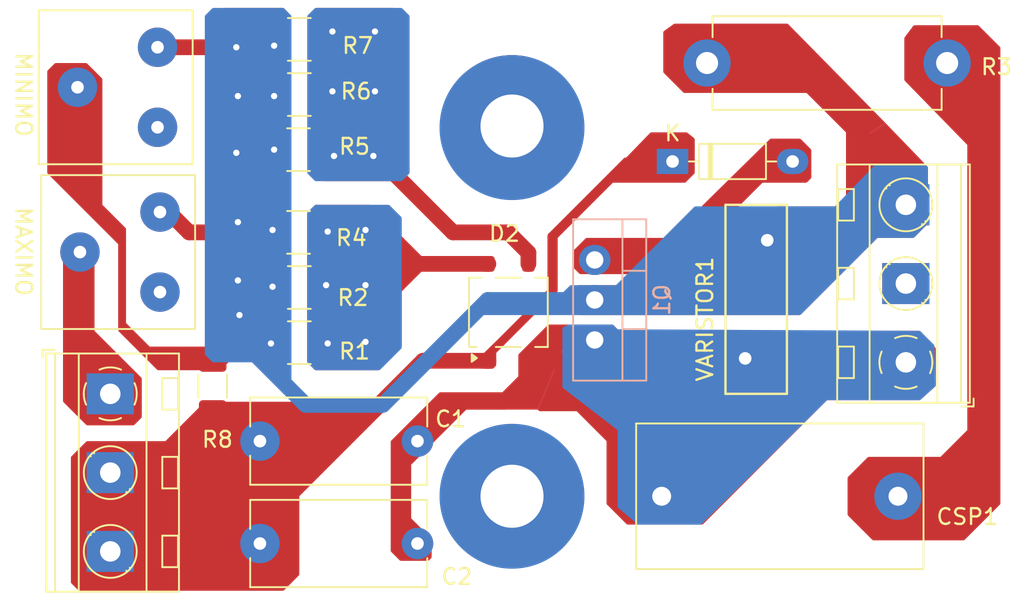
<source format=kicad_pcb>
(kicad_pcb (version 20240108) (generator "pcbnew") (generator_version "8.0")
  (layers (0 "F.Cu" signal) (31 "B.Cu" signal) (34 "B.Paste" user) (35 "F.Paste" user) (36 "B.SilkS" user "B.Silkscreen") (37 "F.SilkS" user "F.Silkscreen") (38 "B.Mask" user) (39 "F.Mask" user) (44 "Edge.Cuts" user))
  (net 0 "")
  (net 1 "Net-(J1-Pin_3)")
  (net 2 "Net-(D1-K)")
  (net 3 "Net-(CSP1-Pad2)")
  (net 4 "Net-(D1-A)")
  (net 5 "Net-(D2--)")
  (net 6 "Net-(D2-+)")
  (net 8 "Net-(J1-Pin_1)")
  (net 9 "Net-(J2-Pin_1)")
  (net 11 "Net-(MINIMO1-Pad2)")
  (footprint "Resistor_SMD:R_1210_3225Metric_Pad1.30x2.65mm_HandSolder" (layer "F.Cu") (at 135.5 82.5)
    (property "Reference" "R7" (at 3.7 0.4 0) (layer "F.SilkS"))
    (property "Value" "100K" (hide yes))
    (fp_line (start -0.723737 -1.355) (end 0.723737 -1.355) (stroke (width 0.12)) (layer "F.SilkS"))
    (fp_line (start -0.723737 1.355) (end 0.723737 1.355) (stroke (width 0.12)) (layer "F.SilkS"))
    (pad "1" smd roundrect (at -1.55 0) (size 1.3 2.65) (layers "F.Cu" "F.Paste" "F.Mask") (roundrect_rratio 0.192308) (net 8 "Net-(J1-Pin_1)"))
    (pad "2" smd roundrect (at 1.55 0) (size 1.3 2.65) (layers "F.Cu" "F.Paste" "F.Mask") (roundrect_rratio 0.192308) (net 6 "Net-(D2-+)"))
  )
  (footprint "Resistor_SMD:R_1210_3225Metric_Pad1.30x2.65mm_HandSolder" (layer "F.Cu") (at 135.45 94.75)
    (property "Reference" "R4" (at 3.35 0.35 0) (layer "F.SilkS"))
    (property "Value" "100K" (hide yes))
    (fp_line (start -0.723737 -1.355) (end 0.723737 -1.355) (stroke (width 0.12)) (layer "F.SilkS"))
    (fp_line (start -0.723737 1.355) (end 0.723737 1.355) (stroke (width 0.12)) (layer "F.SilkS"))
    (pad "1" smd roundrect (at -1.55 0) (size 1.3 2.65) (layers "F.Cu" "F.Paste" "F.Mask") (roundrect_rratio 0.192308) (net 8 "Net-(J1-Pin_1)"))
    (pad "2" smd roundrect (at 1.55 0) (size 1.3 2.65) (layers "F.Cu" "F.Paste" "F.Mask") (roundrect_rratio 0.192308) (net 5 "Net-(D2--)"))
  )
  (footprint "Capacitor_THT:C_Rect_L11.0mm_W5.3mm_P10.00mm_MKT" (layer "F.Cu") (at 133 108)
    (property "Reference" "C1" (at 12.1 -1.4 0) (layer "F.SilkS"))
    (property "Value" "68N 400V" (hide yes))
    (fp_line (start -0.62 -2.77) (end -0.62 -0.925) (stroke (width 0.12)) (layer "F.SilkS"))
    (fp_line (start -0.62 -2.77) (end 10.62 -2.77) (stroke (width 0.12)) (layer "F.SilkS"))
    (fp_line (start -0.62 0.925) (end -0.62 2.77) (stroke (width 0.12)) (layer "F.SilkS"))
    (fp_line (start -0.62 2.77) (end 10.62 2.77) (stroke (width 0.12)) (layer "F.SilkS"))
    (fp_line (start 10.62 -2.77) (end 10.62 -0.925) (stroke (width 0.12)) (layer "F.SilkS"))
    (fp_line (start 10.62 0.925) (end 10.62 2.77) (stroke (width 0.12)) (layer "F.SilkS"))
    (pad "1" thru_hole circle (at 0 0) (size 2.5 2.5) (drill 0.8) (layers "*.Cu" "*.Mask") (net 2 "Net-(D1-K)"))
    (pad "2" thru_hole circle (at 10 0) (size 2 2) (drill 0.8) (layers "*.Cu" "*.Mask") (net 1 "Net-(J1-Pin_3)"))
  )
  (footprint "Resistor_THT:R_Axial_DIN0614_L14.3mm_D5.7mm_P15.24mm_Horizontal" (layer "F.Cu") (at 161.38 84)
    (property "Reference" "R3" (at 18.37 0.25 0) (layer "F.SilkS"))
    (property "Value" "100R 2W" (hide yes))
    (fp_line (start 0.35 -2.97) (end 14.89 -2.97) (stroke (width 0.12)) (layer "F.SilkS"))
    (fp_line (start 0.35 -1.64) (end 0.35 -2.97) (stroke (width 0.12)) (layer "F.SilkS"))
    (fp_line (start 0.35 1.64) (end 0.35 2.97) (stroke (width 0.12)) (layer "F.SilkS"))
    (fp_line (start 0.35 2.97) (end 14.89 2.97) (stroke (width 0.12)) (layer "F.SilkS"))
    (fp_line (start 14.89 -2.97) (end 14.89 -1.64) (stroke (width 0.12)) (layer "F.SilkS"))
    (fp_line (start 14.89 2.97) (end 14.89 1.64) (stroke (width 0.12)) (layer "F.SilkS"))
    (pad "1" thru_hole circle (at 0 0) (size 3 3) (drill 1.4) (layers "*.Cu" "*.Mask") (net 8 "Net-(J1-Pin_1)"))
    (pad "2" thru_hole circle (at 15.24 0) (size 3 3) (drill 1.4) (layers "*.Cu" "*.Mask") (net 3 "Net-(CSP1-Pad2)"))
  )
  (footprint "Varistor:RV_Disc_D12mm_W3.9mm_P7.5mm" (layer "F.Cu") (at 163.8 102.75 90)
    (property "Reference" "VARISTOR1" (at 2.5 -2.55 -90) (layer "F.SilkS"))
    (property "Value" "ZOV 10D 391K" (hide yes))
    (fp_line (start 9.75 -1.25) (end 9.75 2.65) (stroke (width 0.15)) (layer "F.SilkS"))
    (fp_line (start -2.25 -1.25) (end 9.75 -1.25) (stroke (width 0.15)) (layer "F.SilkS"))
    (fp_line (start -2.25 -1.25) (end -2.25 2.65) (stroke (width 0.15)) (layer "F.SilkS"))
    (fp_line (start -2.25 2.65) (end 9.75 2.65) (stroke (width 0.15)) (layer "F.SilkS"))
    (pad "1" thru_hole circle (at 0 0 90) (size 2.5 2.5) (drill 0.8) (layers "*.Cu" "*.Mask") (net 1 "Net-(J1-Pin_3)"))
    (pad "2" thru_hole circle (at 7.5 1.4 90) (size 2.5 2.5) (drill 0.8) (layers "*.Cu" "*.Mask") (net 8 "Net-(J1-Pin_1)"))
  )
  (footprint "Potentiometer_THT:Potentiometer_Bourns_3386F_Vertical" (layer "F.Cu") (at 126.5 83 180)
    (property "Reference" "MINIMO" (at 8.5 -3 270) (layer "F.SilkS"))
    (property "Value" "10K")
    (fp_line (start 7.54 -7.425) (end 7.54 2.345) (stroke (width 0.12)) (layer "F.SilkS"))
    (fp_line (start -2.23 2.345) (end 7.54 2.345) (stroke (width 0.12)) (layer "F.SilkS"))
    (fp_line (start -2.23 -7.425) (end 7.54 -7.425) (stroke (width 0.12)) (layer "F.SilkS"))
    (fp_line (start -2.23 -7.425) (end -2.23 2.345) (stroke (width 0.12)) (layer "F.SilkS"))
    (pad "1" thru_hole circle (at 0 0 180) (size 2.5 2.5) (drill 0.8) (layers "*.Cu" "*.Mask") (net 8 "Net-(J1-Pin_1)"))
    (pad "2" thru_hole circle (at 5.08 -2.54 180) (size 2.5 2.5) (drill 0.8) (layers "*.Cu" "*.Mask") (net 11 "Net-(MINIMO1-Pad2)"))
    (pad "3" thru_hole circle (at 0 -5.08 180) (size 2.5 2.5) (drill 0.8) (layers "*.Cu" "*.Mask"))
  )
  (footprint "Resistor_SMD:R_1206_3216Metric_Pad1.30x1.75mm_HandSolder" (layer "F.Cu") (at 130 104.5 -90)
    (property "Reference" "R8" (at 3.4 -0.3 180) (layer "F.SilkS"))
    (property "Value" "100K" (hide yes))
    (fp_line (start -0.727064 0.91) (end 0.727064 0.91) (stroke (width 0.12)) (layer "F.SilkS"))
    (fp_line (start -0.727064 -0.91) (end 0.727064 -0.91) (stroke (width 0.12)) (layer "F.SilkS"))
    (pad "1" smd roundrect (at -1.55 0 270) (size 1.3 1.75) (layers "F.Cu" "F.Paste" "F.Mask") (roundrect_rratio 0.192308) (net 11 "Net-(MINIMO1-Pad2)"))
    (pad "2" smd roundrect (at 1.55 0 270) (size 1.3 1.75) (layers "F.Cu" "F.Paste" "F.Mask") (roundrect_rratio 0.192308) (net 2 "Net-(D1-K)"))
  )
  (footprint "TerminalBlock_MetzConnect:TerminalBlock_MetzConnect_Type094_RT03503HBLU_1x03_P5.00mm_Horizontal" (layer "F.Cu") (at 174 103 90)
    (property "Reference" "J1" (hide yes))
    (property "Value" "ENTRADA EM SERIE")
    (fp_line (start 12.56 -4.36) (end 12.56 4.06) (stroke (width 0.12)) (layer "F.SilkS"))
    (fp_line (start -2.56 -4.36) (end 12.56 -4.36) (stroke (width 0.12)) (layer "F.SilkS"))
    (fp_line (start -2.56 -4.36) (end -2.56 4.06) (stroke (width 0.12)) (layer "F.SilkS"))
    (fp_line (start 11 -4.3) (end 11 -3.3) (stroke (width 0.12)) (layer "F.SilkS"))
    (fp_line (start 9 -4.3) (end 11 -4.3) (stroke (width 0.12)) (layer "F.SilkS"))
    (fp_line (start 9 -4.3) (end 9 -3.3) (stroke (width 0.12)) (layer "F.SilkS"))
    (fp_line (start 6 -4.3) (end 6 -3.3) (stroke (width 0.12)) (layer "F.SilkS"))
    (fp_line (start 4 -4.3) (end 6 -4.3) (stroke (width 0.12)) (layer "F.SilkS"))
    (fp_line (start 4 -4.3) (end 4 -3.3) (stroke (width 0.12)) (layer "F.SilkS"))
    (fp_line (start 1 -4.3) (end 1 -3.3) (stroke (width 0.12)) (layer "F.SilkS"))
    (fp_line (start -1 -4.3) (end 1 -4.3) (stroke (width 0.12)) (layer "F.SilkS"))
    (fp_line (start -1 -4.3) (end -1 -3.3) (stroke (width 0.12)) (layer "F.SilkS"))
    (fp_line (start 9 -3.3) (end 11 -3.3) (stroke (width 0.12)) (layer "F.SilkS"))
    (fp_line (start 4 -3.3) (end 6 -3.3) (stroke (width 0.12)) (layer "F.SilkS"))
    (fp_line (start -1 -3.3) (end 1 -3.3) (stroke (width 0.12)) (layer "F.SilkS"))
    (fp_line (start -2.56 -2.301) (end 12.56 -2.301) (stroke (width 0.12)) (layer "F.SilkS"))
    (fp_line (start 11.07 -1.275) (end 11.035 -1.239) (stroke (width 0.12)) (layer "F.SilkS"))
    (fp_line (start 6.07 -1.275) (end 6.035 -1.239) (stroke (width 0.12)) (layer "F.SilkS"))
    (fp_line (start 11.275 -1.069) (end 11.228 -1.023) (stroke (width 0.12)) (layer "F.SilkS"))
    (fp_line (start 6.275 -1.069) (end 6.228 -1.023) (stroke (width 0.12)) (layer "F.SilkS"))
    (fp_line (start 8.773 1.023) (end 8.726 1.069) (stroke (width 0.12)) (layer "F.SilkS"))
    (fp_line (start 3.773 1.023) (end 3.726 1.069) (stroke (width 0.12)) (layer "F.SilkS"))
    (fp_line (start 8.966 1.239) (end 8.931 1.274) (stroke (width 0.12)) (layer "F.SilkS"))
    (fp_line (start 3.966 1.239) (end 3.931 1.274) (stroke (width 0.12)) (layer "F.SilkS"))
    (fp_line (start -2.56 2) (end 12.56 2) (stroke (width 0.12)) (layer "F.SilkS"))
    (fp_line (start -2.56 3.5) (end 12.56 3.5) (stroke (width 0.12)) (layer "F.SilkS"))
    (fp_line (start -2.8 3.56) (end -2.8 4.3) (stroke (width 0.12)) (layer "F.SilkS"))
    (fp_line (start -2.56 4.06) (end 12.56 4.06) (stroke (width 0.12)) (layer "F.SilkS"))
    (fp_line (start -2.8 4.3) (end -2.3 4.3) (stroke (width 0.12)) (layer "F.SilkS"))
    (fp_arc (start -0.683042 -1.535427) (mid 0.000524 -1.680501) (end 0.684 -1.535) (stroke (width 0.12)) (layer "F.SilkS"))
    (fp_arc (start 1.535427 -0.683042) (mid 1.680501 0.000524) (end 1.535 0.684) (stroke (width 0.12)) (layer "F.SilkS"))
    (fp_arc (start -1.535427 0.683042) (mid -1.680501 -0.000524) (end -1.535 -0.684) (stroke (width 0.12)) (layer "F.SilkS"))
    (fp_arc (start 0.683318 1.534756) (mid 0.349292 1.643288) (end 0 1.68) (stroke (width 0.12)) (layer "F.SilkS"))
    (fp_arc (start 0.028805 1.680253) (mid -0.335551 1.646659) (end -0.684 1.535) (stroke (width 0.12)) (layer "F.SilkS"))
    (fp_circle (center 10 0) (end 11.68 0) (stroke (width 0.12)) (fill none) (layer "F.SilkS"))
    (fp_circle (center 5 0) (end 6.68 0) (stroke (width 0.12)) (fill none) (layer "F.SilkS"))
    (pad "1" thru_hole rect (at 10 0 90) (size 2.6 3) (drill 1.3) (layers "*.Cu" "*.Mask") (net 8 "Net-(J1-Pin_1)"))
    (pad "2" thru_hole rect (at 5 0 90) (size 2.6 3) (drill 1.3) (layers "*.Cu" "*.Mask"))
    (pad "3" thru_hole rect (at 0 0 90) (size 2.6 2.6) (drill 1.3) (layers "*.Cu" "*.Mask") (net 1 "Net-(J1-Pin_3)"))
  )
  (footprint "Potentiometer_THT:Potentiometer_Bourns_3386F_Vertical" (layer "F.Cu") (at 126.655 93.46 180)
    (property "Reference" "MAXIMO" (at 8.655 -2.5 270) (layer "F.SilkS"))
    (property "Value" "10K")
    (fp_line (start 7.54 -7.425) (end 7.54 2.345) (stroke (width 0.12)) (layer "F.SilkS"))
    (fp_line (start -2.23 2.345) (end 7.54 2.345) (stroke (width 0.12)) (layer "F.SilkS"))
    (fp_line (start -2.23 -7.425) (end 7.54 -7.425) (stroke (width 0.12)) (layer "F.SilkS"))
    (fp_line (start -2.23 -7.425) (end -2.23 2.345) (stroke (width 0.12)) (layer "F.SilkS"))
    (pad "1" thru_hole circle (at 0 0 180) (size 2.5 2.5) (drill 0.8) (layers "*.Cu" "*.Mask") (net 8 "Net-(J1-Pin_1)"))
    (pad "2" thru_hole circle (at 5.08 -2.54 180) (size 2.5 2.5) (drill 0.8) (layers "*.Cu" "*.Mask") (net 9 "Net-(J2-Pin_1)"))
    (pad "3" thru_hole circle (at 0 -5.08 180) (size 2.5 2.5) (drill 0.8) (layers "*.Cu" "*.Mask"))
  )
  (footprint "" (layer "F.Cu") (at 149 111.5)
    (property "Reference" "" (at 0 0 0) (layer "F.SilkS") (effects (font (size 1.27 1.27))))
    (property "Value" "")
    (pad "" thru_hole circle (at 0 0) (size 9 9) (drill 4) (layers "B.Mask"))
  )
  (footprint "Resistor_SMD:R_1210_3225Metric_Pad1.30x2.65mm_HandSolder" (layer "F.Cu") (at 135.5 101.75)
    (property "Reference" "R1" (at 3.5 0.55 0) (layer "F.SilkS"))
    (property "Value" "100K" (hide yes))
    (fp_line (start -0.723737 -1.355) (end 0.723737 -1.355) (stroke (width 0.12)) (layer "F.SilkS"))
    (fp_line (start -0.723737 1.355) (end 0.723737 1.355) (stroke (width 0.12)) (layer "F.SilkS"))
    (pad "1" smd roundrect (at -1.55 0) (size 1.3 2.65) (layers "F.Cu" "F.Paste" "F.Mask") (roundrect_rratio 0.192308) (net 8 "Net-(J1-Pin_1)"))
    (pad "2" smd roundrect (at 1.55 0) (size 1.3 2.65) (layers "F.Cu" "F.Paste" "F.Mask") (roundrect_rratio 0.192308) (net 5 "Net-(D2--)"))
  )
  (footprint "Capacitor_THT:C_Rect_L11.0mm_W5.3mm_P10.00mm_MKT" (layer "F.Cu") (at 133 114.5)
    (property "Reference" "C2" (at 12.5 2.1 0) (layer "F.SilkS"))
    (property "Value" "68N 400V" (hide yes))
    (fp_line (start -0.62 -2.77) (end -0.62 -0.925) (stroke (width 0.12)) (layer "F.SilkS"))
    (fp_line (start -0.62 -2.77) (end 10.62 -2.77) (stroke (width 0.12)) (layer "F.SilkS"))
    (fp_line (start -0.62 0.925) (end -0.62 2.77) (stroke (width 0.12)) (layer "F.SilkS"))
    (fp_line (start -0.62 2.77) (end 10.62 2.77) (stroke (width 0.12)) (layer "F.SilkS"))
    (fp_line (start 10.62 -2.77) (end 10.62 -0.925) (stroke (width 0.12)) (layer "F.SilkS"))
    (fp_line (start 10.62 0.925) (end 10.62 2.77) (stroke (width 0.12)) (layer "F.SilkS"))
    (pad "1" thru_hole circle (at 0 0) (size 2.5 2.5) (drill 0.8) (layers "*.Cu" "*.Mask") (net 2 "Net-(D1-K)"))
    (pad "2" thru_hole circle (at 10 0) (size 2 2) (drill 0.8) (layers "*.Cu" "*.Mask") (net 1 "Net-(J1-Pin_3)"))
  )
  (footprint "Resistor_SMD:R_1210_3225Metric_Pad1.30x2.65mm_HandSolder" (layer "F.Cu") (at 135.5 98.25)
    (property "Reference" "R2" (at 3.4 0.65 0) (layer "F.SilkS"))
    (property "Value" "100K" (hide yes))
    (fp_line (start -0.723737 -1.355) (end 0.723737 -1.355) (stroke (width 0.12)) (layer "F.SilkS"))
    (fp_line (start -0.723737 1.355) (end 0.723737 1.355) (stroke (width 0.12)) (layer "F.SilkS"))
    (pad "1" smd roundrect (at -1.55 0) (size 1.3 2.65) (layers "F.Cu" "F.Paste" "F.Mask") (roundrect_rratio 0.192308) (net 8 "Net-(J1-Pin_1)"))
    (pad "2" smd roundrect (at 1.55 0) (size 1.3 2.65) (layers "F.Cu" "F.Paste" "F.Mask") (roundrect_rratio 0.192308) (net 5 "Net-(D2--)"))
  )
  (footprint "Capacitor_THT:C_Rect_L18.0mm_W9.0mm_P15.00mm_FKS3_FKP3" (layer "F.Cu") (at 158.5 111.5)
    (property "Reference" "CSP1" (at 19.4 1.3 0) (layer "F.SilkS"))
    (property "Value" "100N 630V" (hide yes))
    (fp_line (start -1.62 -4.62) (end -1.62 4.62) (stroke (width 0.12)) (layer "F.SilkS"))
    (fp_line (start -1.62 -4.62) (end 16.62 -4.62) (stroke (width 0.12)) (layer "F.SilkS"))
    (fp_line (start -1.62 4.62) (end 16.62 4.62) (stroke (width 0.12)) (layer "F.SilkS"))
    (fp_line (start 16.62 -4.62) (end 16.62 4.62) (stroke (width 0.12)) (layer "F.SilkS"))
    (pad "1" thru_hole circle (at 0 0) (size 3 3) (drill 1.2) (layers "*.Cu" "*.Mask") (net 1 "Net-(J1-Pin_3)"))
    (pad "2" thru_hole circle (at 15 0) (size 3 3) (drill 1.2) (layers "*.Cu" "*.Mask") (net 3 "Net-(CSP1-Pad2)"))
  )
  (footprint "Package_TO_SOT_SMD:TO-269AA" (layer "F.Cu") (at 148.77 99.825 90)
    (property "Reference" "D2" (at 5 -0.25 180) (layer "F.SilkS"))
    (property "Value" "RMB4S")
    (fp_line (start 2.2 -2.5) (end -2.2 -2.5) (stroke (width 0.12)) (layer "F.SilkS"))
    (fp_line (start -2.2 -2.5) (end -2.2 -2) (stroke (width 0.12)) (layer "F.SilkS"))
    (fp_line (start 2.2 -1.7) (end 2.2 -2.5) (stroke (width 0.12)) (layer "F.SilkS"))
    (fp_line (start 2.2 -0.8) (end 2.2 0.8) (stroke (width 0.12)) (layer "F.SilkS"))
    (fp_line (start -2.2 -0.8) (end -2.2 0.8) (stroke (width 0.12)) (layer "F.SilkS"))
    (fp_line (start 2.2 1.7) (end 2.2 2.5) (stroke (width 0.12)) (layer "F.SilkS"))
    (fp_line (start 2.2 2.5) (end -2.2 2.5) (stroke (width 0.12)) (layer "F.SilkS"))
    (fp_line (start -2.2 2.5) (end -2.2 1.7) (stroke (width 0.12)) (layer "F.SilkS"))
    (fp_poly (pts (xy -2.9 -2) (xy -3.14 -2.33) (xy -2.66 -2.33) (xy -2.9 -2)) (stroke (width 0.12)) (fill solid) (layer "F.SilkS"))
    (pad "1" smd roundrect (at -3.075 -1.27 90) (size 1 0.8) (layers "F.Cu" "F.Paste" "F.Mask") (net 2 "Net-(D1-K)"))
    (pad "2" smd roundrect (at -3.075 1.27 90) (size 1 0.8) (layers "F.Cu" "F.Paste" "F.Mask") (net 1 "Net-(J1-Pin_3)"))
    (pad "3" smd roundrect (at 3.075 1.27 90) (size 1 0.8) (layers "F.Cu" "F.Paste" "F.Mask") (net 6 "Net-(D2-+)"))
    (pad "4" smd roundrect (at 3.075 -1.27 90) (size 1 0.8) (layers "F.Cu" "F.Paste" "F.Mask") (net 5 "Net-(D2--)"))
  )
  (footprint "TerminalBlock_MetzConnect:TerminalBlock_MetzConnect_Type094_RT03503HBLU_1x03_P5.00mm_Horizontal" (layer "F.Cu") (at 123.5 105 -90)
    (property "Reference" "J2" (hide yes))
    (property "Value" "POTENCIOMETRO")
    (fp_line (start -2.8 4.3) (end -2.3 4.3) (stroke (width 0.12)) (layer "F.SilkS"))
    (fp_line (start -2.56 4.06) (end 12.56 4.06) (stroke (width 0.12)) (layer "F.SilkS"))
    (fp_line (start -2.8 3.56) (end -2.8 4.3) (stroke (width 0.12)) (layer "F.SilkS"))
    (fp_line (start -2.56 3.5) (end 12.56 3.5) (stroke (width 0.12)) (layer "F.SilkS"))
    (fp_line (start -2.56 2) (end 12.56 2) (stroke (width 0.12)) (layer "F.SilkS"))
    (fp_line (start 3.966 1.239) (end 3.931 1.274) (stroke (width 0.12)) (layer "F.SilkS"))
    (fp_line (start 8.966 1.239) (end 8.931 1.274) (stroke (width 0.12)) (layer "F.SilkS"))
    (fp_line (start 3.773 1.023) (end 3.726 1.069) (stroke (width 0.12)) (layer "F.SilkS"))
    (fp_line (start 8.773 1.023) (end 8.726 1.069) (stroke (width 0.12)) (layer "F.SilkS"))
    (fp_line (start 6.275 -1.069) (end 6.228 -1.023) (stroke (width 0.12)) (layer "F.SilkS"))
    (fp_line (start 11.275 -1.069) (end 11.228 -1.023) (stroke (width 0.12)) (layer "F.SilkS"))
    (fp_line (start 6.07 -1.275) (end 6.035 -1.239) (stroke (width 0.12)) (layer "F.SilkS"))
    (fp_line (start 11.07 -1.275) (end 11.035 -1.239) (stroke (width 0.12)) (layer "F.SilkS"))
    (fp_line (start -2.56 -2.301) (end 12.56 -2.301) (stroke (width 0.12)) (layer "F.SilkS"))
    (fp_line (start -1 -3.3) (end 1 -3.3) (stroke (width 0.12)) (layer "F.SilkS"))
    (fp_line (start 4 -3.3) (end 6 -3.3) (stroke (width 0.12)) (layer "F.SilkS"))
    (fp_line (start 9 -3.3) (end 11 -3.3) (stroke (width 0.12)) (layer "F.SilkS"))
    (fp_line (start -1 -4.3) (end -1 -3.3) (stroke (width 0.12)) (layer "F.SilkS"))
    (fp_line (start -1 -4.3) (end 1 -4.3) (stroke (width 0.12)) (layer "F.SilkS"))
    (fp_line (start 1 -4.3) (end 1 -3.3) (stroke (width 0.12)) (layer "F.SilkS"))
    (fp_line (start 4 -4.3) (end 4 -3.3) (stroke (width 0.12)) (layer "F.SilkS"))
    (fp_line (start 4 -4.3) (end 6 -4.3) (stroke (width 0.12)) (layer "F.SilkS"))
    (fp_line (start 6 -4.3) (end 6 -3.3) (stroke (width 0.12)) (layer "F.SilkS"))
    (fp_line (start 9 -4.3) (end 9 -3.3) (stroke (width 0.12)) (layer "F.SilkS"))
    (fp_line (start 9 -4.3) (end 11 -4.3) (stroke (width 0.12)) (layer "F.SilkS"))
    (fp_line (start 11 -4.3) (end 11 -3.3) (stroke (width 0.12)) (layer "F.SilkS"))
    (fp_line (start -2.56 -4.36) (end -2.56 4.06) (stroke (width 0.12)) (layer "F.SilkS"))
    (fp_line (start -2.56 -4.36) (end 12.56 -4.36) (stroke (width 0.12)) (layer "F.SilkS"))
    (fp_line (start 12.56 -4.36) (end 12.56 4.06) (stroke (width 0.12)) (layer "F.SilkS"))
    (fp_arc (start 0.028805 1.680253) (mid -0.335551 1.646659) (end -0.684 1.535) (stroke (width 0.12)) (layer "F.SilkS"))
    (fp_arc (start 0.683318 1.534756) (mid 0.349292 1.643288) (end 0 1.68) (stroke (width 0.12)) (layer "F.SilkS"))
    (fp_arc (start -1.535427 0.683042) (mid -1.680501 -0.000524) (end -1.535 -0.684) (stroke (width 0.12)) (layer "F.SilkS"))
    (fp_arc (start 1.535427 -0.683042) (mid 1.680501 0.000524) (end 1.535 0.684) (stroke (width 0.12)) (layer "F.SilkS"))
    (fp_arc (start -0.683042 -1.535427) (mid 0.000524 -1.680501) (end 0.684 -1.535) (stroke (width 0.12)) (layer "F.SilkS"))
    (fp_circle (center 5 0) (end 6.68 0) (stroke (width 0.12)) (fill none) (layer "F.SilkS"))
    (fp_circle (center 10 0) (end 11.68 0) (stroke (width 0.12)) (fill none) (layer "F.SilkS"))
    (pad "1" thru_hole rect (at 0 0 270) (size 2.6 3) (drill 1.3) (layers "*.Cu" "*.Mask") (net 9 "Net-(J2-Pin_1)"))
    (pad "2" thru_hole rect (at 5 0 270) (size 2.6 3) (drill 1.3) (layers "*.Cu" "*.Mask") (net 2 "Net-(D1-K)"))
    (pad "3" thru_hole rect (at 10 0 270) (size 2.6 3) (drill 1.3) (layers "*.Cu" "*.Mask") (net 2 "Net-(D1-K)"))
  )
  (footprint "Resistor_SMD:R_1210_3225Metric_Pad1.30x2.65mm_HandSolder" (layer "F.Cu") (at 135.5 86)
    (property "Reference" "R6" (at 3.6 -0.2 0) (layer "F.SilkS"))
    (property "Value" "100K" (hide yes))
    (fp_line (start -0.723737 -1.355) (end 0.723737 -1.355) (stroke (width 0.12)) (layer "F.SilkS"))
    (fp_line (start -0.723737 1.355) (end 0.723737 1.355) (stroke (width 0.12)) (layer "F.SilkS"))
    (pad "1" smd roundrect (at -1.55 0) (size 1.3 2.65) (layers "F.Cu" "F.Paste" "F.Mask") (roundrect_rratio 0.192308) (net 8 "Net-(J1-Pin_1)"))
    (pad "2" smd roundrect (at 1.55 0) (size 1.3 2.65) (layers "F.Cu" "F.Paste" "F.Mask") (roundrect_rratio 0.192308) (net 6 "Net-(D2-+)"))
  )
  (footprint "Diode_THT:D_DO-35_SOD27_P7.62mm_Horizontal" (layer "F.Cu") (at 159.19 90.25)
    (property "Reference" "D1" (hide yes))
    (property "Value" "DB3")
    (fp_line (start 1.04 0) (end 1.69 0) (stroke (width 0.12)) (layer "F.SilkS"))
    (fp_line (start 1.69 -1.12) (end 1.69 1.12) (stroke (width 0.12)) (layer "F.SilkS"))
    (fp_line (start 1.69 1.12) (end 5.93 1.12) (stroke (width 0.12)) (layer "F.SilkS"))
    (fp_line (start 2.29 -1.12) (end 2.29 1.12) (stroke (width 0.12)) (layer "F.SilkS"))
    (fp_line (start 2.41 -1.12) (end 2.41 1.12) (stroke (width 0.12)) (layer "F.SilkS"))
    (fp_line (start 2.53 -1.12) (end 2.53 1.12) (stroke (width 0.12)) (layer "F.SilkS"))
    (fp_line (start 5.93 -1.12) (end 1.69 -1.12) (stroke (width 0.12)) (layer "F.SilkS"))
    (fp_line (start 5.93 1.12) (end 5.93 -1.12) (stroke (width 0.12)) (layer "F.SilkS"))
    (fp_line (start 6.58 0) (end 5.93 0) (stroke (width 0.12)) (layer "F.SilkS"))
    (fp_text user "K" (at 0 -1.8 0) (layer "F.SilkS"))
    (pad "1" thru_hole rect (at 0 0) (size 2 1.6) (drill 0.8) (layers "*.Cu" "*.Mask") (net 2 "Net-(D1-K)"))
    (pad "2" thru_hole oval (at 7.62 0) (size 2 1.6) (drill 0.8) (layers "*.Cu" "*.Mask") (net 4 "Net-(D1-A)"))
  )
  (footprint "Resistor_SMD:R_1210_3225Metric_Pad1.30x2.65mm_HandSolder" (layer "F.Cu") (at 135.45 89.5)
    (property "Reference" "R5" (at 3.55 -0.2 0) (layer "F.SilkS"))
    (property "Value" "100K" (hide yes))
    (fp_line (start -0.723737 -1.355) (end 0.723737 -1.355) (stroke (width 0.12)) (layer "F.SilkS"))
    (fp_line (start -0.723737 1.355) (end 0.723737 1.355) (stroke (width 0.12)) (layer "F.SilkS"))
    (pad "1" smd roundrect (at -1.55 0) (size 1.3 2.65) (layers "F.Cu" "F.Paste" "F.Mask") (roundrect_rratio 0.192308) (net 8 "Net-(J1-Pin_1)"))
    (pad "2" smd roundrect (at 1.55 0) (size 1.3 2.65) (layers "F.Cu" "F.Paste" "F.Mask") (roundrect_rratio 0.192308) (net 6 "Net-(D2-+)"))
  )
  (footprint "" (layer "F.Cu") (at 149 88)
    (property "Reference" "" (at 0 0 0) (layer "F.SilkS") (effects (font (size 1.27 1.27))))
    (property "Value" "")
    (pad "" thru_hole circle (at 0 0) (size 9 9) (drill 4) (layers "B.Mask"))
  )
  (footprint "Package_TO_SOT_THT:TO-220-3_Vertical" (layer "B.Cu") (at 154.25 101.58 90)
    (property "Reference" "Q1" (at 2.54 4.27 90) (layer "B.SilkS") (effects (justify mirror)))
    (property "Value" "BTA24-600B")
    (fp_line (start 7.66 -1.371) (end -2.58 -1.371) (stroke (width 0.12)) (layer "B.SilkS"))
    (fp_line (start 7.66 -1.371) (end 7.66 3.27) (stroke (width 0.12)) (layer "B.SilkS"))
    (fp_line (start -2.58 -1.371) (end -2.58 3.27) (stroke (width 0.12)) (layer "B.SilkS"))
    (fp_line (start 7.66 1.76) (end -2.58 1.76) (stroke (width 0.12)) (layer "B.SilkS"))
    (fp_line (start 4.391 1.76) (end 4.391 3.27) (stroke (width 0.12)) (layer "B.SilkS"))
    (fp_line (start 0.69 1.76) (end 0.69 3.27) (stroke (width 0.12)) (layer "B.SilkS"))
    (fp_line (start 7.66 3.27) (end -2.58 3.27) (stroke (width 0.12)) (layer "B.SilkS"))
    (pad "1" thru_hole rect (at 0 0 90) (size 1.905 2) (drill 1.1) (layers "*.Cu" "*.Mask") (net 1 "Net-(J1-Pin_3)"))
    (pad "2" thru_hole oval (at 2.54 0 90) (size 1.905 2) (drill 1.1) (layers "*.Cu" "*.Mask") (net 8 "Net-(J1-Pin_1)"))
    (pad "3" thru_hole oval (at 5.08 0 90) (size 1.905 2) (drill 1.1) (layers "*.Cu" "*.Mask") (net 4 "Net-(D1-A)"))
  )
  (gr_circle (center 149 88.1) (end 153.5 88.1) (stroke (width 0.2)) (fill solid) (layer "B.Cu"))
  (gr_circle (center 149 111.5) (end 153.5 111.5) (stroke (width 0.2)) (fill solid) (layer "B.Cu"))
  (gr_rect (start 116.5 80) (end 181.5 118) (stroke (width 0.0001)) (fill none) (layer "Edge.Cuts"))
  (segment (start 150.04 102.9) (end 152.93 102.9) (width 1) (layer "F.Cu") (net 1))
  (segment (start 158.5 111.5) (end 163.8 106.2) (width 1) (layer "F.Cu") (net 1))
  (segment (start 142 109) (end 143 108) (width 1) (layer "F.Cu") (net 1))
  (segment (start 145.5 105.5) (end 148.5 105.5) (width 1) (layer "F.Cu") (net 1))
  (segment (start 163.8 102.75) (end 165.75 102.75) (width 1) (layer "F.Cu") (net 1))
  (segment (start 143 114.5) (end 142 113.5) (width 1) (layer "F.Cu") (net 1))
  (segment (start 166 103) (end 174 103) (width 1) (layer "F.Cu") (net 1))
  (segment (start 152.93 102.9) (end 154.25 101.58) (width 1) (layer "F.Cu") (net 1))
  (segment (start 162.63 101.58) (end 163.8 102.75) (width 1) (layer "F.Cu") (net 1))
  (segment (start 154.25 101.58) (end 162.63 101.58) (width 1) (layer "F.Cu") (net 1))
  (segment (start 142 113.5) (end 142 109) (width 1) (layer "F.Cu") (net 1))
  (segment (start 143 108) (end 145.5 105.5) (width 1) (layer "F.Cu") (net 1))
  (segment (start 165.75 102.75) (end 166 103) (width 1) (layer "F.Cu") (net 1))
  (segment (start 150.04 103.96) (end 150.04 102.9) (width 1) (layer "F.Cu") (net 1))
  (segment (start 163.8 106.2) (end 163.8 102.75) (width 1) (layer "F.Cu") (net 1))
  (segment (start 148.5 105.5) (end 150.04 103.96) (width 1) (layer "F.Cu") (net 1))
  (segment (start 143.35 102.9) (end 147.5 102.9) (width 1) (layer "F.Cu") (net 2))
  (segment (start 133 108) (end 138.25 108) (width 1) (layer "F.Cu") (net 2))
  (segment (start 151.5 95) (end 151.5 98.5) (width 0.5) (layer "F.Cu") (net 2))
  (segment (start 132.5 115) (end 133 114.5) (width 1) (layer "F.Cu") (net 2))
  (segment (start 131.05 106.05) (end 133 108) (width 1) (layer "F.Cu") (net 2))
  (segment (start 130 106.05) (end 131.05 106.05) (width 1) (layer "F.Cu") (net 2))
  (segment (start 138.25 108) (end 143.35 102.9) (width 1) (layer "F.Cu") (net 2))
  (segment (start 159.19 90.25) (end 156.25 90.25) (width 0.5) (layer "F.Cu") (net 2))
  (segment (start 123.5 115) (end 132.5 115) (width 1) (layer "F.Cu") (net 2))
  (segment (start 151.5 98.5) (end 147.5 102.5) (width 0.5) (layer "F.Cu") (net 2))
  (segment (start 133 108) (end 133 114.5) (width 1) (layer "F.Cu") (net 2))
  (segment (start 156.25 90.25) (end 151.5 95) (width 0.5) (layer "F.Cu") (net 2))
  (segment (start 147.5 102.5) (end 147.5 102.9) (width 0.5) (layer "F.Cu") (net 2))
  (segment (start 176 111.5) (end 179 108.5) (width 1) (layer "F.Cu") (net 3))
  (segment (start 179 108.5) (end 179 86.38) (width 1) (layer "F.Cu") (net 3))
  (segment (start 179 86.38) (end 176.62 84) (width 1) (layer "F.Cu") (net 3))
  (segment (start 173.5 111.5) (end 176 111.5) (width 1) (layer "F.Cu") (net 3))
  (segment (start 158.5 96.5) (end 164.75 90.25) (width 1) (layer "F.Cu") (net 4))
  (segment (start 154.25 96.5) (end 158.5 96.5) (width 1) (layer "F.Cu") (net 4))
  (segment (start 164.75 90.25) (end 166.81 90.25) (width 1) (layer "F.Cu") (net 4))
  (segment (start 137.55 96.75) (end 137.05 96.25) (width 1) (layer "F.Cu") (net 5))
  (segment (start 147.5 96.75) (end 137.55 96.75) (width 1) (layer "F.Cu") (net 5))
  (segment (start 137.05 94.8) (end 137 94.75) (width 1) (layer "F.Cu") (net 5))
  (segment (start 137.05 96.25) (end 137.05 94.8) (width 1) (layer "F.Cu") (net 5))
  (segment (start 137.05 101.75) (end 137.05 96.25) (width 1) (layer "F.Cu") (net 5))
  (via (at 137.3 101.8) (size 0.8) (drill 0.4) (layers "F.Cu" "B.Cu") (net 5))
  (via (at 139.7 98.1) (size 0.8) (drill 0.4) (layers "F.Cu" "B.Cu") (net 5))
  (via (at 137.2 98.1) (size 0.8) (drill 0.4) (layers "F.Cu" "B.Cu") (net 5))
  (via (at 137.3 94.7) (size 0.8) (drill 0.4) (layers "F.Cu" "B.Cu") (net 5))
  (via (at 139.7 94.6) (size 0.8) (drill 0.4) (layers "F.Cu" "B.Cu") (net 5))
  (via (at 139.7 101.7) (size 0.8) (drill 0.4) (layers "F.Cu" "B.Cu") (net 5))
  (segment (start 145.25 94.75) (end 140 89.5) (width 1) (layer "F.Cu") (net 6))
  (segment (start 137.05 82.5) (end 137.05 89.45) (width 1) (layer "F.Cu") (net 6))
  (segment (start 150.04 96.04) (end 148.75 94.75) (width 1) (layer "F.Cu") (net 6))
  (segment (start 148.75 94.75) (end 145.25 94.75) (width 1) (layer "F.Cu") (net 6))
  (segment (start 137.05 89.45) (end 137 89.5) (width 1) (layer "F.Cu") (net 6))
  (segment (start 140 89.5) (end 137 89.5) (width 1) (layer "F.Cu") (net 6))
  (segment (start 150.04 96.75) (end 150.04 96.04) (width 1) (layer "F.Cu") (net 6))
  (via (at 137.7 89.9) (size 0.8) (drill 0.4) (layers "F.Cu" "B.Cu") (net 6))
  (via (at 137.6 85.8) (size 0.8) (drill 0.4) (layers "F.Cu" "B.Cu") (net 6))
  (via (at 140.3 85.8) (size 0.8) (drill 0.4) (layers "F.Cu" "B.Cu") (net 6))
  (via (at 140.2 89.9) (size 0.8) (drill 0.4) (layers "F.Cu" "B.Cu") (net 6))
  (via (at 140.3 82) (size 0.8) (drill 0.4) (layers "F.Cu" "B.Cu") (net 6))
  (via (at 137.6 82) (size 0.8) (drill 0.4) (layers "F.Cu" "B.Cu") (net 6))
  (segment (start 131.7 94.75) (end 128.5 94.75) (width 1) (layer "F.Cu") (net 8))
  (segment (start 166.5 84) (end 174 91.5) (width 1) (layer "F.Cu") (net 8))
  (segment (start 161.41 99.04) (end 165.2 95.25) (width 1) (layer "F.Cu") (net 8))
  (segment (start 133.45 83) (end 133.95 82.5) (width 0.2) (layer "F.Cu") (net 8))
  (segment (start 128.5 94.75) (end 127.21 93.46) (width 1) (layer "F.Cu") (net 8))
  (segment (start 133.9 94.75) (end 131.7 94.75) (width 1) (layer "F.Cu") (net 8))
  (segment (start 131.5 83) (end 133.45 83) (width 1) (layer "F.Cu") (net 8))
  (segment (start 154.25 99.04) (end 161.41 99.04) (width 1) (layer "F.Cu") (net 8))
  (segment (start 174 91.5) (end 174 93) (width 1) (layer "F.Cu") (net 8))
  (segment (start 133.95 101.75) (end 133.95 82.5) (width 1) (layer "F.Cu") (net 8))
  (segment (start 161.38 84) (end 166.5 84) (width 1) (layer "F.Cu") (net 8))
  (segment (start 127.21 93.46) (end 126.655 93.46) (width 0.2) (layer "F.Cu") (net 8))
  (segment (start 126.5 83) (end 131.5 83) (width 1) (layer "F.Cu") (net 8))
  (via (at 133.9 89.5) (size 0.8) (drill 0.4) (layers "F.Cu" "B.Cu") (net 8))
  (via (at 131.6 86.1) (size 0.8) (drill 0.4) (layers "F.Cu" "B.Cu") (net 8))
  (via (at 133.7 101.8) (size 0.8) (drill 0.4) (layers "F.Cu" "B.Cu") (net 8))
  (via (at 133.8 94.6) (size 0.8) (drill 0.4) (layers "F.Cu" "B.Cu") (net 8))
  (via (at 133.9 86.1) (size 0.8) (drill 0.4) (layers "F.Cu" "B.Cu") (net 8))
  (via (at 131.6 94.1) (size 0.8) (drill 0.4) (layers "F.Cu" "B.Cu") (net 8))
  (via (at 131.6 97.8) (size 0.8) (drill 0.4) (layers "F.Cu" "B.Cu") (net 8))
  (via (at 133.8 98.2) (size 0.8) (drill 0.4) (layers "F.Cu" "B.Cu") (net 8))
  (via (at 131.5 89.7) (size 0.8) (drill 0.4) (layers "F.Cu" "B.Cu") (net 8))
  (via (at 131.5 83) (size 0.8) (drill 0.4) (layers "F.Cu" "B.Cu") (net 8))
  (via (at 131.7 100) (size 0.8) (drill 0.4) (layers "F.Cu" "B.Cu") (net 8))
  (via (at 133.9 82.9) (size 0.8) (drill 0.4) (layers "F.Cu" "B.Cu") (net 8))
  (segment (start 135.9 105.7) (end 140.8 105.7) (width 1) (layer "B.Cu") (net 8))
  (segment (start 140.8 105.7) (end 147.46 99.04) (width 1) (layer "B.Cu") (net 8))
  (segment (start 147.46 99.04) (end 154.25 99.04) (width 1) (layer "B.Cu") (net 8))
  (segment (start 131.7 101.5) (end 135.9 105.7) (width 1) (layer "B.Cu") (net 8))
  (segment (start 131.7 100) (end 131.7 101.5) (width 1) (layer "B.Cu") (net 8))
  (segment (start 121.575 103.075) (end 121.575 96) (width 1) (layer "F.Cu") (net 9))
  (segment (start 123.5 105) (end 121.575 103.075) (width 1) (layer "F.Cu") (net 9))
  (segment (start 130 102.95) (end 126.45 102.95) (width 0.5) (layer "F.Cu") (net 11))
  (segment (start 121.42 92.42) (end 121.42 85.54) (width 0.5) (layer "F.Cu") (net 11))
  (segment (start 124 95) (end 121.42 92.42) (width 0.5) (layer "F.Cu") (net 11))
  (zone (net 2) (net_name "Net-(D1-K)") (layer "F.Cu") (priority 8) (connect_pads yes (clearance 0.5)) (min_thickness 0.25) (fill yes (thermal_gap 0.5) (thermal_bridge_width 0.5))
    (polygon (pts (xy 147.8 103.4) (xy 148 103.2) (xy 148 102.4) (xy 151.9 98.5) (xy 151.9 95.1) (xy 155.4 91.6) (xy 160 91.6) (xy 160.6 91) (xy 160.6 88.8) (xy 160.1 88.4) (xy 157.8 88.4) (xy 151.4 95) (xy 151.4 98.4) (xy 146.8 102.8) (xy 147 103.4)))
  )
  (zone (net 5) (net_name "Net-(D2--)") (layer "F.Cu") (priority 3) (connect_pads yes (clearance 0.5)) (min_thickness 0.25) (fill yes (thermal_gap 0.5) (thermal_bridge_width 0.5) (island_removal_mode 1) (island_area_min 10))
    (polygon (pts (xy 136.5 93) (xy 136 93.5) (xy 136 103) (xy 136.5 103.5) (xy 140.5 103.5) (xy 142 102) (xy 142 98.5) (xy 143.5 97) (xy 143.5 96.5) (xy 140 93)))
  )
  (zone (net 8) (net_name "Net-(J1-Pin_1)") (layer "F.Cu") (connect_pads yes (clearance 0.5)) (min_thickness 0.25) (fill yes (thermal_gap 0.5) (thermal_bridge_width 0.5) (island_removal_mode 1) (island_area_min 10))
    (polygon (pts (xy 130.5 80.75) (xy 130.5 82.25) (xy 129.5 82.75) (xy 129.5 83.25) (xy 130 83.75) (xy 130 94) (xy 129.5 94.5) (xy 129.5 95) (xy 130 95.5) (xy 130 100) (xy 133.5 103.25) (xy 134.5 103.25) (xy 134.75 103) (xy 134.75 80.75) (xy 134.5 80.5) (xy 130.75 80.5)))
  )
  (zone (net 4) (net_name "Net-(D1-A)") (layer "F.Cu") (priority 12) (connect_pads yes (clearance 0.5)) (min_thickness 0.25) (fill yes (thermal_gap 0.5) (thermal_bridge_width 0.5))
    (polygon (pts (xy 152.9 95.9) (xy 152.9 97) (xy 153.3 97.4) (xy 159.1 97.4) (xy 164.9 91.6) (xy 167.7 91.6) (xy 168 91.3) (xy 168 89.5) (xy 167.3 88.8) (xy 165.4 88.8) (xy 159 95.1) (xy 153.7 95.1)))
  )
  (zone (net 11) (net_name "Net-(MINIMO1-Pad2)") (layer "F.Cu") (priority 6) (connect_pads yes (clearance 0.5)) (min_thickness 0.25) (fill yes (thermal_gap 0.5) (thermal_bridge_width 0.5))
    (polygon (pts (xy 126 102) (xy 124.5 100.5) (xy 124.5 97.5) (xy 124.5 94.5) (xy 123 93) (xy 123 85) (xy 122 84) (xy 120 84) (xy 119.5 84.5) (xy 119.5 91) (xy 124 95.5) (xy 124 101) (xy 126.5 103.5) (xy 130.5 103.5) (xy 131 103) (xy 131 102.5) (xy 130.5 102)))
  )
  (zone (net 6) (net_name "Net-(D2-+)") (layer "F.Cu") (priority 2) (connect_pads yes (clearance 0.5)) (min_thickness 0.25) (fill yes (thermal_gap 0.5) (thermal_bridge_width 0.5) (island_removal_mode 1) (island_area_min 10))
    (polygon (pts (xy 136.5 80.5) (xy 136.5 91) (xy 137 91.5) (xy 141.5 91.5) (xy 142 91) (xy 142 81) (xy 141.5 80.5)))
  )
  (zone (net 1) (net_name "Net-(J1-Pin_3)") (layer "F.Cu") (priority 9) (connect_pads yes (clearance 0.5)) (min_thickness 0.25) (fill yes (thermal_gap 0.5) (thermal_bridge_width 0.5))
    (polygon (pts (xy 141.9 115.6) (xy 141.3 115) (xy 141.3 108) (xy 144.4 104.9) (xy 148.4 104.9) (xy 149.4 103.9) (xy 149.4 102.5) (xy 151.3 100.6) (xy 155.4 100.6) (xy 156 101.2) (xy 156 101.9) (xy 151.9 106) (xy 146.1 106) (xy 142.6 109.5) (xy 142.6 112.9) (xy 143.9 114.2) (xy 143.9 115.4) (xy 143.7 115.6)))
  )
  (zone (net 2) (net_name "Net-(D1-K)") (layer "F.Cu") (priority 5) (connect_pads yes (clearance 0.5)) (min_thickness 0.25) (fill yes (thermal_gap 0.5) (thermal_bridge_width 0.5))
    (polygon (pts (xy 121.5 108.5) (xy 122 108) (xy 127 108) (xy 129.5 105.5) (xy 136.5 105.5) (xy 141.5 105.5) (xy 139.5 107.5) (xy 135.5 111.5) (xy 135.5 116.5) (xy 134.5 117.5) (xy 121.5 117.5) (xy 121 117) (xy 121 109)))
  )
  (zone (net 8) (net_name "Net-(J1-Pin_1)") (layer "F.Cu") (priority 14) (connect_pads yes (clearance 0.5)) (min_thickness 0.25) (fill yes (thermal_gap 0.5) (thermal_bridge_width 0.5))
    (polygon (pts (xy 158.6 82) (xy 158.6 84.6) (xy 159.9 85.9) (xy 168.4 85.9) (xy 171.2 88.8) (xy 172.7 87.8) (xy 166.5 81.5) (xy 159.3 81.5)))
  )
  (zone (net 8) (net_name "Net-(J1-Pin_1)") (layer "F.Cu") (priority 11) (connect_pads yes (clearance 0.5)) (min_thickness 0.25) (fill yes (thermal_gap 0.5) (thermal_bridge_width 0.5))
    (polygon (pts (xy 154.6 100) (xy 153.3 100) (xy 152.9 99.6) (xy 152.9 98.4) (xy 153.2 98.1) (xy 160.6 98.1) (xy 165.8 93.1) (xy 169.7 93.1) (xy 170.2 92.4) (xy 170.2 87.8) (xy 172.7 87.8) (xy 175.4 90.6) (xy 175.4 94.2) (xy 174.5 95.1) (xy 172.2 95.1) (xy 170 97.3) (xy 167.3 100) (xy 163.4 100)))
  )
  (zone (net 1) (net_name "Net-(J1-Pin_3)") (layer "F.Cu") (priority 10) (connect_pads yes (clearance 0.5)) (min_thickness 0.25) (fill yes (thermal_gap 0.5) (thermal_bridge_width 0.5))
    (polygon (pts (xy 161.1 113.3) (xy 169 105.4) (xy 174.9 105.4) (xy 175.9 104.5) (xy 175.9 102.1) (xy 174.9 101) (xy 152.7 101) (xy 150.6 106.1) (xy 153.1 106.1) (xy 155 108) (xy 155 112) (xy 156.3 113.3) (xy 157.8 113.3)))
  )
  (zone (net 3) (net_name "Net-(CSP1-Pad2)") (layer "F.Cu") (priority 13) (connect_pads yes (clearance 0.5)) (min_thickness 0.25) (fill yes (thermal_gap 0.5) (thermal_bridge_width 0.5))
    (polygon (pts (xy 170.3 110.3) (xy 170.3 112.7) (xy 171.9 114.3) (xy 177.7 114.3) (xy 180 112) (xy 180 83) (xy 178.6 81.6) (xy 174.5 81.6) (xy 173.9 82.4) (xy 173.9 85.1) (xy 177.9 89.2) (xy 177.9 107.3) (xy 176.2 109) (xy 171.6 109)))
  )
  (zone (net 9) (net_name "Net-(J2-Pin_1)") (layer "F.Cu") (priority 7) (connect_pads yes (clearance 0.5)) (min_thickness 0.25) (fill yes (thermal_gap 0.5) (thermal_bridge_width 0.5))
    (polygon (pts (xy 121 95) (xy 122 95) (xy 122.5 95.5) (xy 122.5 101) (xy 125.5 104) (xy 125.5 106.5) (xy 125 107) (xy 122 107) (xy 121.5 106.5) (xy 120.5 105.5) (xy 120.5 95.5)))
  )
  (zone (net 1) (net_name "Net-(J1-Pin_3)") (layer "B.Cu") (priority 18) (connect_pads yes (clearance 0.5)) (min_thickness 0.25) (fill yes (thermal_gap 0.5) (thermal_bridge_width 0.5))
    (polygon (pts (xy 155.4 100.6) (xy 155.7 100.9) (xy 174.9 101) (xy 175.8 101.9) (xy 175.9 104.5) (xy 174.9 105.4) (xy 169 105.4) (xy 161 113.3) (xy 157 113.3) (xy 155.7 112.2) (xy 155.7 107.3) (xy 152.2 104.6) (xy 152.2 100.8) (xy 152.6 100.6) (xy 153.7 100.6)))
  )
  (zone (net 8) (net_name "Net-(J1-Pin_1)") (layer "B.Cu") (priority 17) (connect_pads yes (clearance 0.5)) (min_thickness 0.25) (fill yes (thermal_gap 0.5) (thermal_bridge_width 0.5))
    (polygon (pts (xy 155 98.1) (xy 155.6 98.1) (xy 160.6 93.1) (xy 169.5 93.1) (xy 172.1 90.4) (xy 175.2 90.4) (xy 175.4 90.6) (xy 175.4 94.2) (xy 174.5 95.1) (xy 172.2 95.1) (xy 167.3 100) (xy 154.9 100)))
  )
  (zone (net 8) (net_name "Net-(J1-Pin_1)") (layer "B.Cu") (priority 16) (connect_pads yes (clearance 0.5)) (min_thickness 0.25) (fill yes (thermal_gap 0.5) (thermal_bridge_width 0.5))
    (polygon (pts (xy 152.2 98.6) (xy 152.7 98.1) (xy 155.6 98.1) (xy 156 98.5) (xy 156 99.6) (xy 155.7 100) (xy 146.5 100) (xy 147.9 98.9) (xy 151.8 98.8)))
  )
  (zone (net 6) (net_name "Net-(D2-+)") (layer "B.Cu") (priority 4) (connect_pads (clearance 0.5)) (min_thickness 0.25) (fill yes (thermal_gap 0.5) (thermal_bridge_width 0.5))
    (polygon (pts (xy 142.5 91) (xy 142 91.5) (xy 136.5 91.5) (xy 136 91) (xy 136 81) (xy 136.5 80.5) (xy 142 80.5) (xy 142.5 81)))
  )
  (zone (net 8) (net_name "Net-(J1-Pin_1)") (layer "B.Cu") (priority 1) (connect_pads yes (clearance 0.5)) (min_thickness 0.25) (fill yes (thermal_gap 0.5) (thermal_bridge_width 0.5) (island_removal_mode 1) (island_area_min 10))
    (polygon (pts (xy 134.5 80.5) (xy 130 80.5) (xy 129.5 81) (xy 129.5 102.5) (xy 130 103) (xy 133.3 103) (xy 135 104.6) (xy 135 81)))
  )
  (zone (net 5) (net_name "Net-(D2--)") (layer "B.Cu") (priority 15) (connect_pads yes (clearance 0.5)) (min_thickness 0.25) (fill yes (thermal_gap 0.5) (thermal_bridge_width 0.5))
    (polygon (pts (xy 136.5 93) (xy 136 93.5) (xy 136 103) (xy 136.5 103.5) (xy 140.6 103.5) (xy 142 102.1) (xy 142 93.8) (xy 141.2 93) (xy 138.8 93)))
  )
)
</source>
